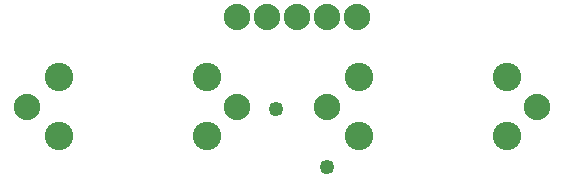
<source format=gbs>
G04 MADE WITH FRITZING*
G04 WWW.FRITZING.ORG*
G04 DOUBLE SIDED*
G04 HOLES PLATED*
G04 CONTOUR ON CENTER OF CONTOUR VECTOR*
%ASAXBY*%
%FSLAX23Y23*%
%MOIN*%
%OFA0B0*%
%SFA1.0B1.0*%
%ADD10C,0.095000*%
%ADD11C,0.049370*%
%ADD12C,0.088000*%
%LNMASK0*%
G90*
G70*
G54D10*
X1211Y448D03*
X1211Y251D03*
X1704Y251D03*
X1704Y448D03*
X211Y448D03*
X211Y251D03*
X703Y251D03*
X703Y448D03*
G54D11*
X934Y344D03*
X1103Y148D03*
G54D12*
X803Y648D03*
X903Y648D03*
X1003Y648D03*
X1103Y648D03*
X1203Y648D03*
X803Y348D03*
X103Y348D03*
X1103Y348D03*
X1803Y348D03*
G04 End of Mask0*
M02*
</source>
